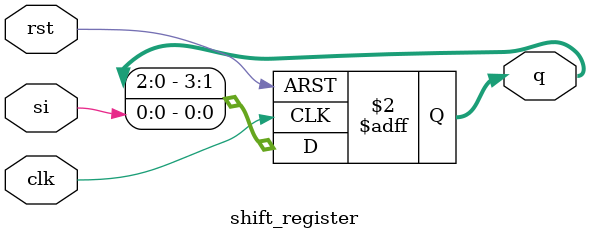
<source format=v>
module shift_register (
    input wire clk,       // Clock signal
    input wire rst,       // Asynchronous reset
    input wire si,        // Serial input
    output reg [3:0] q    // Parallel output (4-bit)
);
    always @(posedge clk or posedge rst) begin
        if (rst)
            q <= 4'b0000; // Reset all outputs
        else
            q <= {q[2:0], si}; // Shift left and insert new bit
    end
endmodule
</source>
